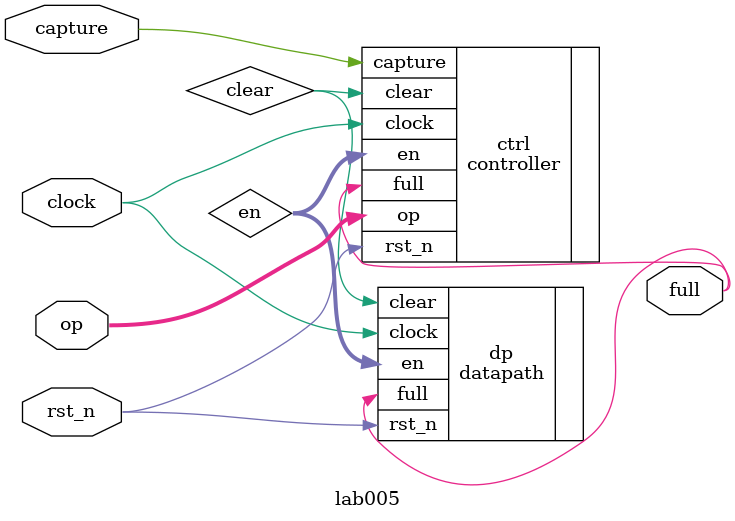
<source format=v>
module lab005 (
  input rst_n, clock,
  input capture,
  input [1:0] op,
  output full
);

  wire [3:0] en;
  wire clear;

  datapath dp (
    .rst_n( rst_n ),
    .clock( clock ),
    .en( en ),
    .clear( clear ),
    .full( full )
  );

  controller ctrl (
    .rst_n( rst_n ),
    .clock( clock ),
    .capture( capture ),
    .op( op ),
    .full( full ),
    .clear( clear ),
    .en( en )
  );

endmodule

</source>
